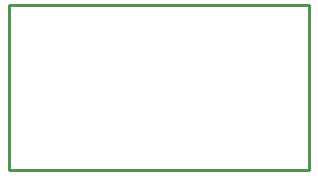
<source format=gbr>
G04 EAGLE Gerber RS-274X export*
G75*
%MOMM*%
%FSLAX34Y34*%
%LPD*%
%IN*%
%IPPOS*%
%AMOC8*
5,1,8,0,0,1.08239X$1,22.5*%
G01*
%ADD10C,0.254000*%


D10*
X0Y0D02*
X254000Y0D01*
X254000Y139700D01*
X0Y139700D01*
X0Y0D01*
M02*

</source>
